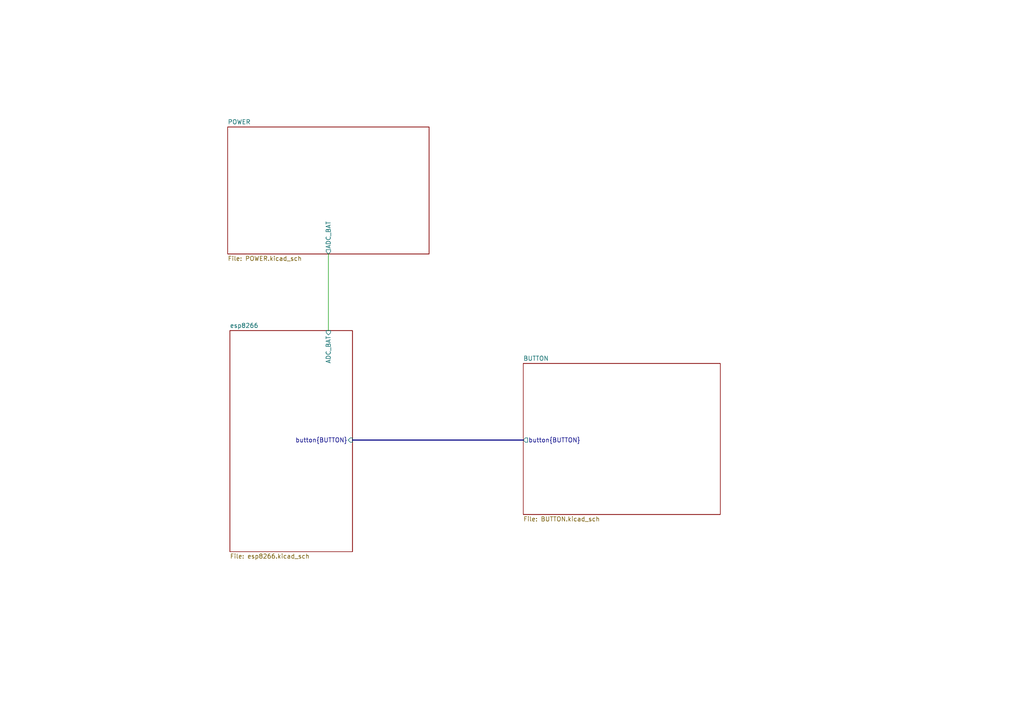
<source format=kicad_sch>
(kicad_sch (version 20230121) (generator eeschema)
  (paper "A4")
  (lib_symbols)
  (bus (pts (xy 102.235 127.635) (xy 151.765 127.635)))
  (wire (pts (xy 95.25 73.66) (xy 95.25 95.885)))
  (sheet (at 151.765 105.41) (size 57.15 43.815) (stroke (width 0.1524))
    (property "Sheetname" "BUTTON" (at 151.765 104.6984 0) (effects (justify left bottom)))
    (property "Sheetfile" "BUTTON.kicad_sch" (at 151.765 149.8096 0) (effects (justify left top)))
    (pin "button{BUTTON}" output (at 151.765 127.635 180))
  )
  (sheet (at 66.04 36.83) (size 58.42 36.83) (stroke (width 0.1524))
    (property "Sheetname" "POWER" (at 66.04 36.1184 0) (effects (justify left bottom)))
    (property "Sheetfile" "POWER.kicad_sch" (at 66.04 74.2446 0) (effects (justify left top)))
    (pin "ADC_BAT" output (at 95.25 73.66 270))
  )
  (sheet (at 66.675 95.885) (size 35.56 64.135) (stroke (width 0.1524))
    (property "Sheetname" "esp8266" (at 66.675 95.1734 0) (effects (justify left bottom)))
    (property "Sheetfile" "esp8266.kicad_sch" (at 66.675 160.6046 0) (effects (justify left top)))
    (pin "ADC_BAT" input (at 95.25 95.885 90))
    (pin "button{BUTTON}" input (at 102.235 127.635 0))
  )
)
</source>
